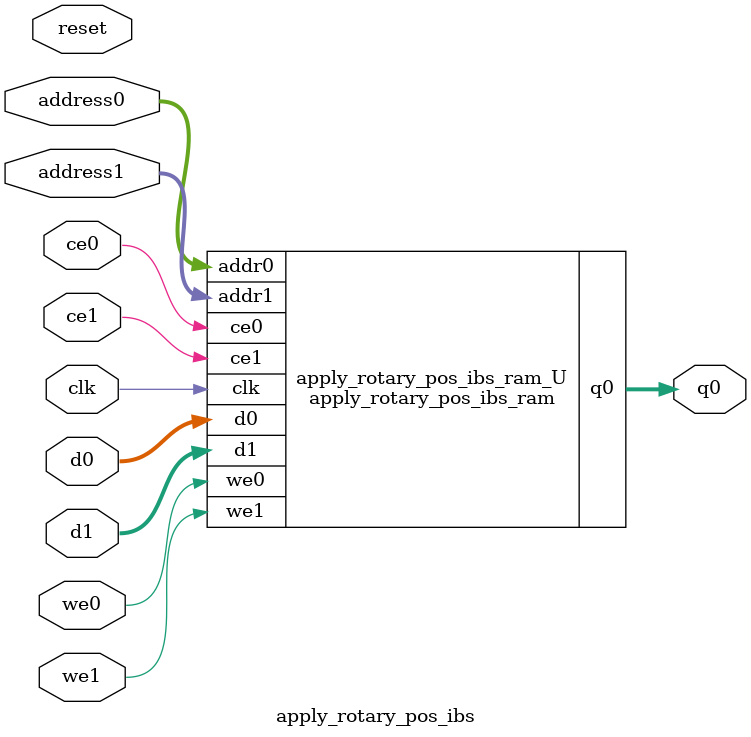
<source format=v>
`timescale 1 ns / 1 ps
module apply_rotary_pos_ibs_ram (addr0, ce0, d0, we0, q0, addr1, ce1, d1, we1,  clk);

parameter DWIDTH = 40;
parameter AWIDTH = 5;
parameter MEM_SIZE = 24;

input[AWIDTH-1:0] addr0;
input ce0;
input[DWIDTH-1:0] d0;
input we0;
output reg[DWIDTH-1:0] q0;
input[AWIDTH-1:0] addr1;
input ce1;
input[DWIDTH-1:0] d1;
input we1;
input clk;

(* ram_style = "block" *)reg [DWIDTH-1:0] ram[0:MEM_SIZE-1];




always @(posedge clk)  
begin 
    if (ce0) begin
        if (we0) 
            ram[addr0] <= d0; 
        q0 <= ram[addr0];
    end
end


always @(posedge clk)  
begin 
    if (ce1) begin
        if (we1) 
            ram[addr1] <= d1; 
    end
end


endmodule

`timescale 1 ns / 1 ps
module apply_rotary_pos_ibs(
    reset,
    clk,
    address0,
    ce0,
    we0,
    d0,
    q0,
    address1,
    ce1,
    we1,
    d1);

parameter DataWidth = 32'd40;
parameter AddressRange = 32'd24;
parameter AddressWidth = 32'd5;
input reset;
input clk;
input[AddressWidth - 1:0] address0;
input ce0;
input we0;
input[DataWidth - 1:0] d0;
output[DataWidth - 1:0] q0;
input[AddressWidth - 1:0] address1;
input ce1;
input we1;
input[DataWidth - 1:0] d1;



apply_rotary_pos_ibs_ram apply_rotary_pos_ibs_ram_U(
    .clk( clk ),
    .addr0( address0 ),
    .ce0( ce0 ),
    .we0( we0 ),
    .d0( d0 ),
    .q0( q0 ),
    .addr1( address1 ),
    .ce1( ce1 ),
    .we1( we1 ),
    .d1( d1 ));

endmodule


</source>
